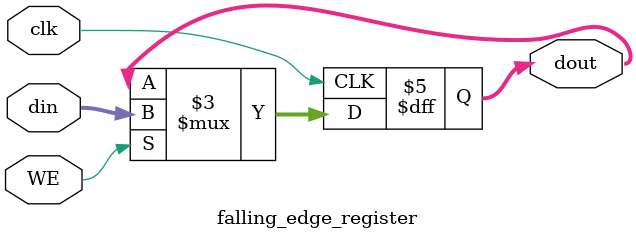
<source format=v>
module falling_edge_register (clk, din, WE, dout);

    parameter width = 32;

    input clk, WE;
    input [width-1:0] din;
    output [width-1:0] dout;

    reg [width-1:0] dout = 0;

    always @(negedge clk) begin
        if (WE) begin
            dout <= din;
        end
    end

endmodule

</source>
